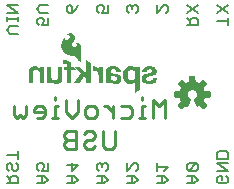
<source format=gbr>
G04 EAGLE Gerber RS-274X export*
G75*
%MOMM*%
%FSLAX34Y34*%
%LPD*%
%INSilkscreen Bottom*%
%IPPOS*%
%AMOC8*
5,1,8,0,0,1.08239X$1,22.5*%
G01*
%ADD10C,0.177800*%
%ADD11C,0.279400*%

G36*
X250620Y89046D02*
X250620Y89046D01*
X250728Y89056D01*
X250741Y89062D01*
X250755Y89064D01*
X250852Y89112D01*
X250951Y89157D01*
X250964Y89168D01*
X250973Y89172D01*
X250988Y89188D01*
X251065Y89250D01*
X253650Y91835D01*
X253713Y91924D01*
X253779Y92009D01*
X253784Y92022D01*
X253792Y92034D01*
X253823Y92137D01*
X253859Y92240D01*
X253859Y92254D01*
X253863Y92267D01*
X253859Y92375D01*
X253860Y92484D01*
X253855Y92497D01*
X253855Y92511D01*
X253817Y92613D01*
X253782Y92715D01*
X253773Y92730D01*
X253769Y92739D01*
X253755Y92756D01*
X253701Y92838D01*
X250937Y96228D01*
X251494Y97310D01*
X251500Y97330D01*
X251542Y97425D01*
X251913Y98584D01*
X256264Y99027D01*
X256368Y99055D01*
X256474Y99080D01*
X256486Y99087D01*
X256499Y99090D01*
X256589Y99151D01*
X256682Y99208D01*
X256690Y99219D01*
X256702Y99227D01*
X256768Y99313D01*
X256837Y99397D01*
X256841Y99410D01*
X256850Y99421D01*
X256884Y99524D01*
X256923Y99625D01*
X256924Y99643D01*
X256928Y99652D01*
X256928Y99674D01*
X256937Y99772D01*
X256937Y103428D01*
X256920Y103535D01*
X256906Y103643D01*
X256900Y103655D01*
X256898Y103669D01*
X256846Y103765D01*
X256799Y103862D01*
X256789Y103872D01*
X256783Y103884D01*
X256703Y103958D01*
X256627Y104035D01*
X256615Y104041D01*
X256605Y104051D01*
X256506Y104096D01*
X256409Y104144D01*
X256391Y104148D01*
X256382Y104152D01*
X256361Y104154D01*
X256264Y104173D01*
X251913Y104616D01*
X251542Y105775D01*
X251533Y105793D01*
X251531Y105800D01*
X251527Y105807D01*
X251494Y105890D01*
X250937Y106972D01*
X253701Y110362D01*
X253755Y110456D01*
X253812Y110548D01*
X253815Y110561D01*
X253822Y110573D01*
X253843Y110680D01*
X253868Y110785D01*
X253866Y110799D01*
X253869Y110813D01*
X253854Y110920D01*
X253844Y111028D01*
X253838Y111041D01*
X253836Y111055D01*
X253788Y111152D01*
X253743Y111251D01*
X253732Y111264D01*
X253728Y111273D01*
X253712Y111288D01*
X253650Y111365D01*
X251065Y113950D01*
X250976Y114013D01*
X250891Y114079D01*
X250878Y114084D01*
X250866Y114092D01*
X250763Y114123D01*
X250660Y114159D01*
X250646Y114159D01*
X250633Y114163D01*
X250525Y114159D01*
X250416Y114160D01*
X250403Y114155D01*
X250389Y114155D01*
X250287Y114117D01*
X250185Y114082D01*
X250170Y114073D01*
X250161Y114069D01*
X250144Y114055D01*
X250062Y114001D01*
X246672Y111237D01*
X245590Y111794D01*
X245570Y111800D01*
X245475Y111842D01*
X244316Y112213D01*
X243873Y116564D01*
X243845Y116668D01*
X243820Y116774D01*
X243813Y116786D01*
X243810Y116799D01*
X243749Y116889D01*
X243692Y116982D01*
X243681Y116990D01*
X243673Y117002D01*
X243587Y117068D01*
X243503Y117137D01*
X243490Y117141D01*
X243479Y117150D01*
X243376Y117184D01*
X243275Y117223D01*
X243257Y117224D01*
X243248Y117228D01*
X243226Y117228D01*
X243128Y117237D01*
X239472Y117237D01*
X239365Y117220D01*
X239257Y117206D01*
X239245Y117200D01*
X239231Y117198D01*
X239135Y117146D01*
X239038Y117099D01*
X239028Y117089D01*
X239016Y117083D01*
X238942Y117003D01*
X238865Y116927D01*
X238859Y116915D01*
X238849Y116905D01*
X238804Y116806D01*
X238756Y116709D01*
X238752Y116691D01*
X238748Y116682D01*
X238746Y116661D01*
X238727Y116564D01*
X238284Y112213D01*
X237125Y111842D01*
X237107Y111832D01*
X237010Y111794D01*
X235928Y111237D01*
X232538Y114001D01*
X232444Y114055D01*
X232352Y114112D01*
X232339Y114115D01*
X232327Y114122D01*
X232220Y114143D01*
X232115Y114168D01*
X232101Y114166D01*
X232087Y114169D01*
X231980Y114154D01*
X231872Y114144D01*
X231859Y114138D01*
X231846Y114136D01*
X231748Y114088D01*
X231649Y114043D01*
X231636Y114032D01*
X231627Y114028D01*
X231612Y114012D01*
X231535Y113950D01*
X228950Y111365D01*
X228887Y111276D01*
X228821Y111191D01*
X228816Y111178D01*
X228808Y111166D01*
X228777Y111063D01*
X228741Y110960D01*
X228741Y110946D01*
X228737Y110933D01*
X228741Y110825D01*
X228740Y110716D01*
X228745Y110703D01*
X228745Y110689D01*
X228783Y110587D01*
X228818Y110485D01*
X228827Y110470D01*
X228831Y110461D01*
X228845Y110444D01*
X228899Y110362D01*
X231663Y106972D01*
X231106Y105890D01*
X231100Y105870D01*
X231058Y105775D01*
X230687Y104616D01*
X226336Y104173D01*
X226232Y104145D01*
X226126Y104120D01*
X226114Y104113D01*
X226101Y104110D01*
X226011Y104049D01*
X225918Y103992D01*
X225910Y103981D01*
X225898Y103973D01*
X225832Y103887D01*
X225764Y103803D01*
X225759Y103790D01*
X225750Y103779D01*
X225716Y103676D01*
X225677Y103575D01*
X225676Y103557D01*
X225672Y103548D01*
X225673Y103526D01*
X225663Y103428D01*
X225663Y99772D01*
X225680Y99665D01*
X225694Y99557D01*
X225700Y99545D01*
X225702Y99531D01*
X225754Y99435D01*
X225801Y99338D01*
X225811Y99328D01*
X225817Y99316D01*
X225897Y99242D01*
X225973Y99165D01*
X225985Y99159D01*
X225996Y99149D01*
X226094Y99104D01*
X226191Y99056D01*
X226209Y99052D01*
X226218Y99048D01*
X226239Y99046D01*
X226336Y99027D01*
X230687Y98584D01*
X231058Y97425D01*
X231068Y97407D01*
X231106Y97310D01*
X231663Y96228D01*
X228899Y92838D01*
X228845Y92744D01*
X228788Y92652D01*
X228785Y92639D01*
X228778Y92627D01*
X228757Y92520D01*
X228732Y92415D01*
X228734Y92401D01*
X228731Y92387D01*
X228746Y92280D01*
X228756Y92172D01*
X228762Y92159D01*
X228764Y92146D01*
X228812Y92048D01*
X228857Y91949D01*
X228868Y91936D01*
X228872Y91927D01*
X228888Y91912D01*
X228950Y91835D01*
X231535Y89250D01*
X231624Y89187D01*
X231709Y89121D01*
X231722Y89116D01*
X231734Y89108D01*
X231837Y89077D01*
X231940Y89041D01*
X231954Y89041D01*
X231967Y89037D01*
X232075Y89041D01*
X232184Y89040D01*
X232197Y89045D01*
X232211Y89045D01*
X232313Y89083D01*
X232415Y89118D01*
X232430Y89127D01*
X232439Y89131D01*
X232456Y89145D01*
X232538Y89199D01*
X235928Y91963D01*
X237010Y91406D01*
X237063Y91389D01*
X237112Y91363D01*
X237178Y91352D01*
X237242Y91331D01*
X237298Y91332D01*
X237352Y91323D01*
X237419Y91334D01*
X237486Y91335D01*
X237538Y91353D01*
X237593Y91362D01*
X237653Y91394D01*
X237716Y91417D01*
X237759Y91451D01*
X237809Y91477D01*
X237855Y91526D01*
X237907Y91568D01*
X237938Y91615D01*
X237976Y91655D01*
X238032Y91760D01*
X238040Y91773D01*
X238041Y91778D01*
X238045Y91785D01*
X240198Y96982D01*
X240218Y97065D01*
X240223Y97078D01*
X240225Y97094D01*
X240250Y97179D01*
X240249Y97200D01*
X240254Y97220D01*
X240246Y97302D01*
X240247Y97321D01*
X240243Y97341D01*
X240239Y97422D01*
X240232Y97442D01*
X240230Y97463D01*
X240198Y97532D01*
X240192Y97559D01*
X240177Y97583D01*
X240151Y97650D01*
X240138Y97666D01*
X240129Y97685D01*
X240084Y97734D01*
X240064Y97766D01*
X240033Y97791D01*
X239995Y97837D01*
X239972Y97853D01*
X239962Y97863D01*
X239941Y97875D01*
X239876Y97920D01*
X239875Y97921D01*
X239874Y97922D01*
X238975Y98428D01*
X238288Y99072D01*
X237773Y99860D01*
X237461Y100748D01*
X237369Y101685D01*
X237502Y102617D01*
X237853Y103491D01*
X238402Y104256D01*
X239116Y104869D01*
X239956Y105294D01*
X240873Y105508D01*
X241814Y105498D01*
X242726Y105264D01*
X243556Y104821D01*
X244257Y104192D01*
X244789Y103415D01*
X245120Y102534D01*
X245233Y101599D01*
X245125Y100682D01*
X244805Y99814D01*
X244291Y99045D01*
X243612Y98418D01*
X242728Y97923D01*
X242686Y97890D01*
X242644Y97867D01*
X242613Y97834D01*
X242565Y97799D01*
X242553Y97783D01*
X242537Y97770D01*
X242502Y97715D01*
X242477Y97689D01*
X242464Y97659D01*
X242422Y97601D01*
X242416Y97582D01*
X242406Y97565D01*
X242387Y97490D01*
X242377Y97467D01*
X242374Y97443D01*
X242351Y97368D01*
X242352Y97348D01*
X242347Y97328D01*
X242354Y97242D01*
X242353Y97224D01*
X242356Y97208D01*
X242359Y97124D01*
X242367Y97099D01*
X242368Y97085D01*
X242378Y97063D01*
X242402Y96982D01*
X243331Y94739D01*
X243331Y94738D01*
X244262Y92491D01*
X244263Y92491D01*
X244555Y91785D01*
X244584Y91738D01*
X244605Y91686D01*
X244648Y91635D01*
X244684Y91578D01*
X244727Y91543D01*
X244763Y91500D01*
X244820Y91466D01*
X244872Y91423D01*
X244924Y91404D01*
X244972Y91375D01*
X245038Y91361D01*
X245101Y91337D01*
X245156Y91335D01*
X245210Y91324D01*
X245277Y91331D01*
X245344Y91329D01*
X245398Y91345D01*
X245453Y91352D01*
X245564Y91396D01*
X245578Y91400D01*
X245582Y91403D01*
X245590Y91406D01*
X246672Y91963D01*
X250062Y89199D01*
X250156Y89145D01*
X250248Y89088D01*
X250261Y89085D01*
X250273Y89078D01*
X250380Y89057D01*
X250485Y89032D01*
X250499Y89034D01*
X250513Y89031D01*
X250620Y89046D01*
G37*
G36*
X147305Y128099D02*
X147305Y128099D01*
X147305Y128100D01*
X147305Y140900D01*
X147305Y140901D01*
X147105Y142701D01*
X147104Y142701D01*
X147105Y142702D01*
X146905Y143302D01*
X146904Y143302D01*
X146604Y143902D01*
X146604Y143903D01*
X146304Y144403D01*
X146303Y144403D01*
X146303Y144404D01*
X145803Y144704D01*
X145403Y145004D01*
X145402Y145004D01*
X145402Y145005D01*
X144402Y145405D01*
X144401Y145404D01*
X144401Y145405D01*
X143801Y145505D01*
X143800Y145505D01*
X143000Y145505D01*
X142999Y145504D01*
X142999Y145505D01*
X142599Y145405D01*
X142400Y145405D01*
X142399Y145404D01*
X142398Y145404D01*
X142198Y145304D01*
X142197Y145304D01*
X142197Y145302D01*
X142195Y145298D01*
X142197Y145298D01*
X142196Y145296D01*
X142296Y145196D01*
X142298Y145196D01*
X142698Y144996D01*
X142698Y144995D01*
X142997Y144896D01*
X143196Y144696D01*
X143396Y144497D01*
X143596Y144198D01*
X143695Y143899D01*
X143695Y143601D01*
X143595Y143302D01*
X143396Y142903D01*
X143097Y142604D01*
X142798Y142404D01*
X142299Y142205D01*
X141800Y142105D01*
X141001Y142105D01*
X140202Y142305D01*
X139603Y142704D01*
X139204Y143203D01*
X139005Y143801D01*
X139005Y144499D01*
X139304Y145197D01*
X140004Y145997D01*
X140804Y146897D01*
X141504Y147697D01*
X141504Y147698D01*
X142004Y148598D01*
X142004Y148599D01*
X142005Y148599D01*
X142205Y149499D01*
X142205Y149500D01*
X142205Y150300D01*
X142204Y150301D01*
X142205Y150302D01*
X141905Y151202D01*
X141904Y151202D01*
X141904Y151203D01*
X141404Y151903D01*
X141403Y151903D01*
X141403Y151904D01*
X140503Y152704D01*
X140502Y152704D01*
X139402Y153304D01*
X139401Y153304D01*
X139401Y153305D01*
X138301Y153505D01*
X138300Y153505D01*
X137300Y153505D01*
X137299Y153504D01*
X137298Y153505D01*
X136398Y153205D01*
X135598Y152905D01*
X135598Y152904D01*
X134998Y152604D01*
X134997Y152604D01*
X134597Y152304D01*
X134596Y152304D01*
X134496Y152204D01*
X134496Y152202D01*
X134495Y152201D01*
X134496Y152199D01*
X134496Y152197D01*
X134498Y152197D01*
X134500Y152195D01*
X134800Y152195D01*
X134801Y152196D01*
X134802Y152195D01*
X135101Y152295D01*
X135399Y152295D01*
X135799Y152195D01*
X136298Y152095D01*
X136697Y151896D01*
X137096Y151597D01*
X137296Y151298D01*
X137395Y150998D01*
X137396Y150998D01*
X137495Y150798D01*
X137595Y150500D01*
X137495Y150202D01*
X137495Y150201D01*
X137395Y149802D01*
X137196Y149503D01*
X137196Y149502D01*
X136996Y149103D01*
X136697Y148804D01*
X136397Y148604D01*
X135997Y148304D01*
X135698Y148104D01*
X134899Y147705D01*
X134201Y147705D01*
X133902Y147805D01*
X133604Y148003D01*
X133505Y148302D01*
X133405Y148601D01*
X133405Y149400D01*
X133404Y149401D01*
X133405Y149402D01*
X133403Y149402D01*
X133401Y149405D01*
X133399Y149404D01*
X133398Y149404D01*
X132598Y149004D01*
X132597Y149003D01*
X132596Y149003D01*
X131796Y148103D01*
X131096Y146903D01*
X131096Y146902D01*
X131095Y146902D01*
X130595Y145502D01*
X130595Y145501D01*
X130295Y143901D01*
X130296Y143900D01*
X130295Y143900D01*
X130395Y142100D01*
X130396Y142099D01*
X130395Y142099D01*
X130895Y140299D01*
X130896Y140298D01*
X131896Y138498D01*
X131896Y138497D01*
X132596Y137597D01*
X132597Y137597D01*
X132596Y137596D01*
X133396Y136796D01*
X133397Y136796D01*
X134197Y136096D01*
X135197Y135496D01*
X135198Y135496D01*
X135198Y135495D01*
X136198Y135095D01*
X136199Y135096D01*
X136199Y135095D01*
X137299Y134795D01*
X138499Y134595D01*
X138500Y134595D01*
X140400Y134595D01*
X140998Y134495D01*
X141497Y134196D01*
X141997Y133796D01*
X142497Y133396D01*
X142996Y132797D01*
X142997Y132797D01*
X142996Y132796D01*
X143596Y132196D01*
X144296Y131497D01*
X144796Y130797D01*
X144797Y130797D01*
X144796Y130796D01*
X145396Y130197D01*
X145896Y129597D01*
X145897Y129597D01*
X145896Y129596D01*
X146396Y129097D01*
X146696Y128697D01*
X146697Y128697D01*
X146696Y128696D01*
X146996Y128397D01*
X147196Y128097D01*
X147199Y128096D01*
X147200Y128095D01*
X147300Y128095D01*
X147305Y128099D01*
G37*
G36*
X193001Y102597D02*
X193001Y102597D01*
X193004Y102596D01*
X193903Y103496D01*
X195403Y104696D01*
X195403Y104697D01*
X195404Y104696D01*
X196303Y105596D01*
X196803Y105996D01*
X196804Y105999D01*
X196805Y106000D01*
X196805Y124500D01*
X196802Y124503D01*
X196801Y124505D01*
X196401Y124605D01*
X195901Y124705D01*
X195900Y124705D01*
X195401Y124705D01*
X195001Y124805D01*
X194501Y124905D01*
X194101Y125005D01*
X193101Y125205D01*
X193100Y125204D01*
X193095Y125202D01*
X193096Y125201D01*
X193095Y125200D01*
X193095Y123414D01*
X192704Y123903D01*
X192704Y123904D01*
X192304Y124304D01*
X192303Y124304D01*
X191803Y124704D01*
X190803Y125304D01*
X190801Y125304D01*
X190801Y125305D01*
X189601Y125505D01*
X189600Y125505D01*
X188900Y125505D01*
X188840Y125501D01*
X188765Y125496D01*
X188691Y125491D01*
X188690Y125491D01*
X188616Y125486D01*
X188542Y125481D01*
X188541Y125481D01*
X188467Y125476D01*
X188392Y125471D01*
X188318Y125466D01*
X188243Y125461D01*
X188169Y125456D01*
X188094Y125451D01*
X188020Y125446D01*
X187945Y125441D01*
X187871Y125436D01*
X187796Y125431D01*
X187722Y125426D01*
X187647Y125421D01*
X187573Y125417D01*
X187498Y125412D01*
X187424Y125407D01*
X187423Y125407D01*
X187400Y125405D01*
X187399Y125404D01*
X187398Y125405D01*
X185998Y124905D01*
X185998Y124904D01*
X185997Y124904D01*
X184897Y124204D01*
X184897Y124203D01*
X184896Y124203D01*
X183996Y123203D01*
X183296Y122103D01*
X183296Y122102D01*
X183295Y122101D01*
X182895Y120801D01*
X182595Y119401D01*
X182595Y119400D01*
X182495Y117900D01*
X182595Y116500D01*
X182595Y116499D01*
X182895Y115199D01*
X182896Y115199D01*
X182895Y115198D01*
X183395Y113998D01*
X183396Y113998D01*
X183996Y112898D01*
X183997Y112897D01*
X183996Y112896D01*
X184896Y111996D01*
X184897Y111996D01*
X185997Y111196D01*
X185998Y111196D01*
X185998Y111195D01*
X187198Y110795D01*
X187199Y110796D01*
X187199Y110795D01*
X188699Y110595D01*
X188700Y110596D01*
X188701Y110595D01*
X190501Y110895D01*
X190501Y110896D01*
X190502Y110896D01*
X191102Y111196D01*
X191103Y111196D01*
X192103Y111796D01*
X192103Y111797D01*
X192104Y111797D01*
X192504Y112297D01*
X192902Y112795D01*
X192995Y112795D01*
X192995Y102600D01*
X192996Y102599D01*
X192996Y102597D01*
X192998Y102597D01*
X192999Y102595D01*
X193001Y102597D01*
G37*
G36*
X177001Y110595D02*
X177001Y110595D01*
X177501Y110695D01*
X178000Y110695D01*
X178001Y110696D01*
X178001Y110695D01*
X178401Y110795D01*
X178402Y110796D01*
X178402Y110795D01*
X178902Y110995D01*
X178902Y110996D01*
X179302Y111196D01*
X179303Y111196D01*
X179602Y111396D01*
X180002Y111596D01*
X180003Y111597D01*
X180004Y111596D01*
X180304Y111896D01*
X180304Y111897D01*
X180504Y112197D01*
X180804Y112597D01*
X181004Y112897D01*
X181004Y112899D01*
X181005Y112899D01*
X181105Y113398D01*
X181304Y113798D01*
X181304Y113799D01*
X181305Y113799D01*
X181305Y113800D01*
X181305Y114300D01*
X181405Y114799D01*
X181404Y114800D01*
X181405Y114801D01*
X181205Y115901D01*
X181205Y115902D01*
X180905Y116802D01*
X180904Y116802D01*
X180504Y117502D01*
X180503Y117503D01*
X180503Y117504D01*
X179803Y118104D01*
X179802Y118104D01*
X179102Y118504D01*
X179102Y118505D01*
X178302Y118805D01*
X178301Y118805D01*
X177501Y119005D01*
X174801Y119305D01*
X174101Y119405D01*
X173401Y119605D01*
X172802Y119805D01*
X172303Y120104D01*
X172005Y120502D01*
X172005Y121599D01*
X172304Y122197D01*
X172404Y122296D01*
X172404Y122298D01*
X172504Y122496D01*
X173101Y122795D01*
X173300Y122795D01*
X173301Y122796D01*
X173302Y122796D01*
X173501Y122895D01*
X175299Y122895D01*
X176297Y122396D01*
X176696Y121997D01*
X176795Y121798D01*
X176895Y121498D01*
X176896Y121498D01*
X176995Y121299D01*
X176995Y120800D01*
X176999Y120795D01*
X177000Y120795D01*
X180900Y120795D01*
X180901Y120796D01*
X180905Y120799D01*
X180904Y120800D01*
X180905Y120800D01*
X180905Y120801D01*
X180705Y122001D01*
X180704Y122001D01*
X180705Y122002D01*
X180505Y122602D01*
X180504Y122602D01*
X180504Y122603D01*
X180204Y123003D01*
X179904Y123503D01*
X179604Y123903D01*
X179603Y123903D01*
X179603Y123904D01*
X179203Y124204D01*
X178203Y124804D01*
X178202Y124804D01*
X178202Y124805D01*
X177702Y125005D01*
X177701Y125004D01*
X177701Y125005D01*
X177201Y125105D01*
X176602Y125305D01*
X176601Y125305D01*
X176001Y125405D01*
X175501Y125505D01*
X175500Y125505D01*
X173200Y125505D01*
X173199Y125505D01*
X172700Y125405D01*
X172100Y125405D01*
X172099Y125405D01*
X171599Y125305D01*
X171599Y125304D01*
X171598Y125305D01*
X171099Y125105D01*
X170599Y125005D01*
X170599Y125004D01*
X170598Y125005D01*
X170098Y124805D01*
X170098Y124804D01*
X170097Y124804D01*
X168897Y123904D01*
X168897Y123903D01*
X168896Y123903D01*
X168596Y123503D01*
X168596Y123502D01*
X168396Y123102D01*
X168395Y123102D01*
X168195Y122602D01*
X168196Y122601D01*
X168195Y122601D01*
X168095Y122101D01*
X168095Y122100D01*
X168095Y113401D01*
X167996Y113202D01*
X167996Y113201D01*
X167995Y113200D01*
X167995Y112301D01*
X167896Y112102D01*
X167895Y112101D01*
X167896Y112101D01*
X167895Y112100D01*
X167895Y111901D01*
X167796Y111702D01*
X167796Y111701D01*
X167795Y111700D01*
X167795Y111401D01*
X167696Y111203D01*
X167596Y111104D01*
X167596Y111101D01*
X167595Y111100D01*
X167595Y111000D01*
X167599Y110995D01*
X167600Y110995D01*
X171500Y110995D01*
X171505Y110999D01*
X171505Y111000D01*
X171505Y111098D01*
X171604Y111196D01*
X171604Y111199D01*
X171605Y111200D01*
X171605Y111298D01*
X171704Y111396D01*
X171704Y111398D01*
X171705Y111399D01*
X171705Y111400D01*
X171705Y111698D01*
X171804Y111796D01*
X171804Y111799D01*
X171805Y111800D01*
X171805Y112384D01*
X171996Y112097D01*
X171997Y112097D01*
X171997Y112096D01*
X172297Y111896D01*
X172496Y111696D01*
X172497Y111696D01*
X172797Y111496D01*
X172798Y111496D01*
X172798Y111495D01*
X173098Y111396D01*
X173397Y111196D01*
X173398Y111196D01*
X173398Y111195D01*
X174598Y110795D01*
X174599Y110796D01*
X174600Y110795D01*
X174899Y110795D01*
X175198Y110695D01*
X175199Y110696D01*
X175200Y110695D01*
X175599Y110695D01*
X175898Y110595D01*
X175899Y110596D01*
X175900Y110595D01*
X177000Y110595D01*
X177001Y110595D01*
G37*
G36*
X146002Y110997D02*
X146002Y110997D01*
X146004Y110997D01*
X149901Y117292D01*
X151395Y115898D01*
X151395Y111000D01*
X151399Y110995D01*
X151400Y110995D01*
X155300Y110995D01*
X155305Y110999D01*
X155305Y111000D01*
X155305Y128400D01*
X155303Y128402D01*
X155302Y128404D01*
X151402Y130504D01*
X151401Y130504D01*
X151401Y130505D01*
X151399Y130504D01*
X151396Y130503D01*
X151396Y130501D01*
X151395Y130500D01*
X151395Y120112D01*
X146504Y125203D01*
X146501Y125204D01*
X146500Y125205D01*
X141900Y125205D01*
X141899Y125204D01*
X141897Y125204D01*
X141897Y125202D01*
X141895Y125201D01*
X141897Y125199D01*
X141897Y125196D01*
X147194Y119999D01*
X141296Y111003D01*
X141296Y111001D01*
X141295Y111001D01*
X141296Y110999D01*
X141297Y110996D01*
X141299Y110997D01*
X141300Y110995D01*
X146000Y110995D01*
X146002Y110997D01*
G37*
G36*
X106505Y110999D02*
X106505Y110999D01*
X106505Y111000D01*
X106505Y119000D01*
X106605Y119799D01*
X106705Y120499D01*
X106805Y121098D01*
X107104Y121597D01*
X107403Y121996D01*
X107902Y122295D01*
X108401Y122395D01*
X109000Y122495D01*
X109799Y122395D01*
X110398Y122295D01*
X110897Y121996D01*
X111296Y121497D01*
X111596Y120998D01*
X111895Y120299D01*
X111995Y119399D01*
X111995Y111000D01*
X111999Y110995D01*
X112000Y110995D01*
X115900Y110995D01*
X115905Y110999D01*
X115905Y111000D01*
X115905Y125200D01*
X115901Y125205D01*
X115900Y125205D01*
X112200Y125205D01*
X112195Y125201D01*
X112195Y125200D01*
X112195Y123205D01*
X112103Y123205D01*
X111704Y123803D01*
X111704Y123804D01*
X111304Y124204D01*
X111303Y124204D01*
X110803Y124604D01*
X110203Y125004D01*
X110202Y125004D01*
X110202Y125005D01*
X109002Y125405D01*
X109001Y125405D01*
X108401Y125505D01*
X108400Y125505D01*
X107800Y125505D01*
X107783Y125504D01*
X107713Y125499D01*
X107644Y125494D01*
X107574Y125489D01*
X107505Y125484D01*
X107435Y125479D01*
X107366Y125474D01*
X107296Y125469D01*
X107227Y125464D01*
X107226Y125464D01*
X107157Y125459D01*
X107087Y125454D01*
X107018Y125449D01*
X106948Y125444D01*
X106879Y125439D01*
X106809Y125434D01*
X106740Y125429D01*
X106670Y125424D01*
X106600Y125419D01*
X106531Y125414D01*
X106461Y125409D01*
X106400Y125405D01*
X106399Y125405D01*
X105299Y125105D01*
X105298Y125104D01*
X104398Y124604D01*
X104397Y124603D01*
X104396Y124604D01*
X103696Y123904D01*
X103696Y123903D01*
X103196Y123103D01*
X103196Y123102D01*
X103195Y123101D01*
X102895Y122101D01*
X102695Y121001D01*
X102695Y121000D01*
X102595Y119700D01*
X102595Y111000D01*
X102599Y110995D01*
X102600Y110995D01*
X106500Y110995D01*
X106505Y110999D01*
G37*
G36*
X127500Y110695D02*
X127500Y110695D01*
X127501Y110696D01*
X127502Y110695D01*
X128602Y111095D01*
X128602Y111096D01*
X129502Y111596D01*
X129503Y111596D01*
X130203Y112196D01*
X130203Y112197D01*
X130204Y112198D01*
X130704Y113098D01*
X130705Y113099D01*
X131005Y114099D01*
X131205Y115199D01*
X131205Y115200D01*
X131205Y125200D01*
X131201Y125205D01*
X131200Y125205D01*
X127400Y125205D01*
X127395Y125201D01*
X127395Y125200D01*
X127395Y117200D01*
X127195Y115601D01*
X127095Y115002D01*
X126796Y114603D01*
X126497Y114204D01*
X125998Y113905D01*
X125499Y113805D01*
X124900Y113705D01*
X124101Y113805D01*
X123502Y113905D01*
X123003Y114204D01*
X122604Y114603D01*
X122305Y115202D01*
X122005Y115901D01*
X121905Y116700D01*
X121905Y125200D01*
X121901Y125205D01*
X121900Y125205D01*
X118000Y125205D01*
X117995Y125201D01*
X117995Y125200D01*
X117995Y111000D01*
X117999Y110995D01*
X118000Y110995D01*
X121700Y110995D01*
X121705Y110999D01*
X121705Y111000D01*
X121705Y112995D01*
X121797Y112995D01*
X122196Y112397D01*
X122596Y111897D01*
X122597Y111897D01*
X122597Y111896D01*
X123097Y111496D01*
X123098Y111496D01*
X123698Y111196D01*
X123698Y111195D01*
X124198Y110995D01*
X124798Y110795D01*
X124799Y110796D01*
X124799Y110795D01*
X125499Y110695D01*
X126099Y110595D01*
X126100Y110596D01*
X126100Y110595D01*
X127500Y110695D01*
G37*
G36*
X206100Y110695D02*
X206100Y110695D01*
X206101Y110695D01*
X207301Y110895D01*
X208401Y111195D01*
X208402Y111196D01*
X209402Y111696D01*
X209403Y111696D01*
X210203Y112396D01*
X210203Y112397D01*
X210204Y112397D01*
X210904Y113297D01*
X210904Y113298D01*
X210905Y113298D01*
X211305Y114298D01*
X211304Y114299D01*
X211305Y114299D01*
X211505Y115599D01*
X211505Y115600D01*
X211501Y115605D01*
X211501Y115604D01*
X211500Y115605D01*
X207800Y115605D01*
X207795Y115601D01*
X207795Y115600D01*
X207795Y115001D01*
X207596Y114503D01*
X207296Y114104D01*
X206897Y113804D01*
X206498Y113505D01*
X205899Y113405D01*
X205399Y113305D01*
X204800Y113205D01*
X204401Y113305D01*
X204400Y113304D01*
X204400Y113305D01*
X204001Y113305D01*
X203602Y113405D01*
X203203Y113604D01*
X202803Y113904D01*
X202505Y114203D01*
X202405Y114601D01*
X202305Y115000D01*
X202405Y115398D01*
X202604Y115797D01*
X203003Y116096D01*
X203502Y116396D01*
X204101Y116595D01*
X205701Y116995D01*
X206701Y117195D01*
X207601Y117395D01*
X207601Y117396D01*
X207602Y117395D01*
X208402Y117695D01*
X209102Y117995D01*
X209102Y117996D01*
X209802Y118396D01*
X209803Y118396D01*
X210403Y118796D01*
X210403Y118797D01*
X210404Y118797D01*
X210804Y119397D01*
X210804Y119398D01*
X210805Y119398D01*
X211105Y120098D01*
X211104Y120099D01*
X211105Y120099D01*
X211205Y120999D01*
X211205Y121000D01*
X211105Y122200D01*
X211104Y122201D01*
X211105Y122202D01*
X210705Y123202D01*
X210704Y123202D01*
X210704Y123203D01*
X210004Y124003D01*
X210003Y124003D01*
X210003Y124004D01*
X209303Y124604D01*
X209302Y124604D01*
X208302Y125104D01*
X208301Y125104D01*
X208301Y125105D01*
X207301Y125305D01*
X206201Y125505D01*
X206200Y125505D01*
X203900Y125505D01*
X203899Y125505D01*
X202799Y125305D01*
X201799Y125005D01*
X201798Y125004D01*
X201798Y125005D01*
X200898Y124605D01*
X200898Y124604D01*
X200897Y124604D01*
X200097Y124004D01*
X200097Y124003D01*
X200096Y124003D01*
X199496Y123203D01*
X199496Y123202D01*
X198996Y122202D01*
X198996Y122201D01*
X198995Y122201D01*
X198795Y121001D01*
X198796Y121000D01*
X198799Y120995D01*
X198799Y120996D01*
X198800Y120995D01*
X202500Y120995D01*
X202504Y120998D01*
X202505Y120999D01*
X202605Y121499D01*
X202804Y121998D01*
X203004Y122296D01*
X203302Y122496D01*
X203702Y122696D01*
X204201Y122895D01*
X205899Y122895D01*
X206198Y122795D01*
X206199Y122795D01*
X206599Y122695D01*
X206897Y122596D01*
X207295Y121998D01*
X207295Y121601D01*
X207195Y121202D01*
X206896Y120804D01*
X206497Y120504D01*
X205898Y120205D01*
X205299Y120005D01*
X204499Y119905D01*
X202099Y119305D01*
X201199Y119105D01*
X201198Y119104D01*
X199798Y118304D01*
X199797Y118304D01*
X199197Y117804D01*
X199197Y117803D01*
X199196Y117803D01*
X198796Y117203D01*
X198796Y117202D01*
X198795Y117202D01*
X198495Y116502D01*
X198496Y116501D01*
X198495Y116501D01*
X198395Y115601D01*
X198396Y115600D01*
X198395Y115599D01*
X198595Y114299D01*
X198596Y114299D01*
X198595Y114298D01*
X198995Y113198D01*
X198996Y113198D01*
X198996Y113197D01*
X199596Y112397D01*
X199597Y112397D01*
X199597Y112396D01*
X200397Y111696D01*
X200398Y111696D01*
X201398Y111196D01*
X201399Y111195D01*
X202499Y110895D01*
X203699Y110695D01*
X203700Y110695D01*
X204900Y110595D01*
X206100Y110695D01*
G37*
G36*
X138905Y110999D02*
X138905Y110999D01*
X138905Y111000D01*
X138905Y122595D01*
X142800Y122595D01*
X142802Y122596D01*
X142804Y122597D01*
X142803Y122598D01*
X142805Y122599D01*
X142803Y122601D01*
X142803Y122604D01*
X142403Y122904D01*
X140804Y124504D01*
X140803Y124504D01*
X140404Y124804D01*
X140104Y125203D01*
X140101Y125204D01*
X140100Y125205D01*
X138905Y125205D01*
X138905Y127200D01*
X138904Y127201D01*
X138905Y127202D01*
X138605Y128002D01*
X138305Y128702D01*
X138304Y128702D01*
X138304Y128703D01*
X137804Y129303D01*
X137803Y129303D01*
X137803Y129304D01*
X137103Y129804D01*
X137102Y129804D01*
X136302Y130204D01*
X136301Y130205D01*
X135301Y130505D01*
X135301Y130504D01*
X135300Y130505D01*
X132400Y130505D01*
X132399Y130504D01*
X132398Y130504D01*
X132198Y130404D01*
X132197Y130401D01*
X132195Y130400D01*
X132195Y127600D01*
X132199Y127595D01*
X132200Y127595D01*
X133899Y127595D01*
X134298Y127495D01*
X134697Y127296D01*
X134896Y126998D01*
X134995Y126799D01*
X134995Y126400D01*
X134996Y126399D01*
X134995Y126399D01*
X135095Y125999D01*
X135095Y125205D01*
X132400Y125205D01*
X132395Y125201D01*
X132395Y125200D01*
X132395Y122600D01*
X132399Y122595D01*
X132400Y122595D01*
X135095Y122595D01*
X135095Y111000D01*
X135099Y110995D01*
X135100Y110995D01*
X138900Y110995D01*
X138905Y110999D01*
G37*
G36*
X165905Y110999D02*
X165905Y110999D01*
X165905Y111000D01*
X165905Y124500D01*
X165902Y124504D01*
X165901Y124505D01*
X165401Y124605D01*
X165001Y124705D01*
X165000Y124704D01*
X165000Y124705D01*
X164500Y124705D01*
X164001Y124805D01*
X163601Y124905D01*
X163101Y125005D01*
X162601Y125105D01*
X162201Y125205D01*
X162200Y125204D01*
X162195Y125202D01*
X162196Y125201D01*
X162195Y125200D01*
X162195Y122519D01*
X161804Y123202D01*
X161804Y123203D01*
X161404Y123703D01*
X160904Y124303D01*
X160903Y124303D01*
X160903Y124304D01*
X160403Y124704D01*
X160402Y124704D01*
X159702Y125104D01*
X159702Y125105D01*
X159102Y125305D01*
X159101Y125305D01*
X158401Y125505D01*
X158401Y125504D01*
X158400Y125505D01*
X157000Y125505D01*
X156998Y125503D01*
X156996Y125504D01*
X156898Y125405D01*
X156800Y125405D01*
X156795Y125401D01*
X156795Y125400D01*
X156795Y121800D01*
X156799Y121795D01*
X156800Y121795D01*
X156900Y121795D01*
X156901Y121796D01*
X156902Y121796D01*
X157101Y121895D01*
X158200Y121895D01*
X159199Y121795D01*
X159998Y121595D01*
X160697Y121196D01*
X161196Y120597D01*
X161595Y119898D01*
X161795Y119199D01*
X161995Y118299D01*
X161995Y111000D01*
X161999Y110995D01*
X162000Y110995D01*
X165900Y110995D01*
X165905Y110999D01*
G37*
%LPC*%
G36*
X188901Y113705D02*
X188901Y113705D01*
X188102Y113905D01*
X187504Y114404D01*
X187104Y114903D01*
X186805Y115602D01*
X186505Y116401D01*
X186405Y117200D01*
X186405Y118900D01*
X186505Y119699D01*
X186805Y120498D01*
X187104Y121197D01*
X187603Y121796D01*
X188202Y122196D01*
X188901Y122495D01*
X189800Y122595D01*
X190599Y122495D01*
X191397Y122196D01*
X191897Y121796D01*
X192396Y121197D01*
X192695Y120498D01*
X192995Y119699D01*
X193095Y118900D01*
X193095Y117201D01*
X192895Y116401D01*
X192695Y115602D01*
X192396Y114903D01*
X191897Y114404D01*
X191298Y113904D01*
X190599Y113705D01*
X189700Y113605D01*
X188901Y113705D01*
G37*
%LPD*%
%LPC*%
G36*
X175100Y113205D02*
X175100Y113205D01*
X174601Y113305D01*
X174600Y113305D01*
X174101Y113305D01*
X173702Y113504D01*
X173701Y113505D01*
X173302Y113605D01*
X173003Y113804D01*
X172804Y114003D01*
X172604Y114303D01*
X172604Y114304D01*
X172404Y114503D01*
X172305Y114802D01*
X172205Y115102D01*
X172204Y115102D01*
X172105Y115302D01*
X172005Y115601D01*
X172005Y117888D01*
X172196Y117696D01*
X172199Y117696D01*
X172200Y117695D01*
X172399Y117695D01*
X172798Y117496D01*
X172799Y117496D01*
X172800Y117495D01*
X172999Y117495D01*
X173198Y117396D01*
X173199Y117396D01*
X173200Y117395D01*
X173599Y117395D01*
X173798Y117296D01*
X173799Y117296D01*
X173800Y117295D01*
X173999Y117295D01*
X174298Y117195D01*
X174299Y117196D01*
X174300Y117195D01*
X174699Y117195D01*
X174998Y117095D01*
X174999Y117096D01*
X175000Y117095D01*
X175399Y117095D01*
X175598Y116996D01*
X175599Y116996D01*
X175600Y116995D01*
X175799Y116995D01*
X176098Y116895D01*
X176297Y116796D01*
X176396Y116696D01*
X176398Y116696D01*
X176797Y116496D01*
X176896Y116396D01*
X176898Y116396D01*
X177096Y116296D01*
X177395Y115699D01*
X177395Y115500D01*
X177396Y115499D01*
X177396Y115498D01*
X177495Y115299D01*
X177495Y114801D01*
X177395Y114502D01*
X177395Y114501D01*
X177396Y114501D01*
X177395Y114500D01*
X177395Y114301D01*
X177296Y114103D01*
X177196Y114004D01*
X177196Y114002D01*
X177096Y113804D01*
X176898Y113704D01*
X176897Y113703D01*
X176896Y113704D01*
X176797Y113604D01*
X176399Y113405D01*
X176200Y113405D01*
X176199Y113404D01*
X176198Y113404D01*
X175999Y113305D01*
X175800Y113305D01*
X175799Y113304D01*
X175798Y113304D01*
X175599Y113205D01*
X175100Y113205D01*
G37*
%LPD*%
D10*
X93734Y153163D02*
X87294Y153163D01*
X84074Y156384D01*
X87294Y159604D01*
X93734Y159604D01*
X84074Y163688D02*
X84074Y166908D01*
X84074Y165298D02*
X93734Y165298D01*
X93734Y163688D02*
X93734Y166908D01*
X93734Y170704D02*
X84074Y170704D01*
X84074Y177145D02*
X93734Y170704D01*
X93734Y177145D02*
X84074Y177145D01*
X119134Y166620D02*
X119134Y160180D01*
X114304Y160180D01*
X115914Y163400D01*
X115914Y165010D01*
X114304Y166620D01*
X111084Y166620D01*
X109474Y165010D01*
X109474Y161790D01*
X111084Y160180D01*
X112694Y170704D02*
X119134Y170704D01*
X112694Y170704D02*
X109474Y173924D01*
X112694Y177145D01*
X119134Y177145D01*
X142924Y173924D02*
X144534Y177145D01*
X142924Y173924D02*
X139704Y170704D01*
X136484Y170704D01*
X134874Y172314D01*
X134874Y175535D01*
X136484Y177145D01*
X138094Y177145D01*
X139704Y175535D01*
X139704Y170704D01*
X169934Y170704D02*
X169934Y177145D01*
X169934Y170704D02*
X165104Y170704D01*
X166714Y173924D01*
X166714Y175535D01*
X165104Y177145D01*
X161884Y177145D01*
X160274Y175535D01*
X160274Y172314D01*
X161884Y170704D01*
X193724Y170704D02*
X195334Y172314D01*
X195334Y175535D01*
X193724Y177145D01*
X192114Y177145D01*
X190504Y175535D01*
X190504Y173924D01*
X190504Y175535D02*
X188894Y177145D01*
X187284Y177145D01*
X185674Y175535D01*
X185674Y172314D01*
X187284Y170704D01*
X211074Y170704D02*
X211074Y177145D01*
X217514Y177145D02*
X211074Y170704D01*
X217514Y177145D02*
X219124Y177145D01*
X220734Y175535D01*
X220734Y172314D01*
X219124Y170704D01*
X236474Y160180D02*
X246134Y160180D01*
X246134Y165010D01*
X244524Y166620D01*
X241304Y166620D01*
X239694Y165010D01*
X239694Y160180D01*
X239694Y163400D02*
X236474Y166620D01*
X246134Y170704D02*
X236474Y177145D01*
X236474Y170704D02*
X246134Y177145D01*
X261874Y163400D02*
X271534Y163400D01*
X271534Y160180D02*
X271534Y166620D01*
X271534Y170704D02*
X261874Y177145D01*
X261874Y170704D02*
X271534Y177145D01*
X93734Y26289D02*
X84074Y26289D01*
X93734Y26289D02*
X93734Y31119D01*
X92124Y32729D01*
X88904Y32729D01*
X87294Y31119D01*
X87294Y26289D01*
X87294Y29509D02*
X84074Y32729D01*
X93734Y41644D02*
X92124Y43254D01*
X93734Y41644D02*
X93734Y38424D01*
X92124Y36814D01*
X90514Y36814D01*
X88904Y38424D01*
X88904Y41644D01*
X87294Y43254D01*
X85684Y43254D01*
X84074Y41644D01*
X84074Y38424D01*
X85684Y36814D01*
X84074Y50558D02*
X93734Y50558D01*
X93734Y47338D02*
X93734Y53778D01*
X109474Y26289D02*
X115914Y26289D01*
X119134Y29509D01*
X115914Y32729D01*
X109474Y32729D01*
X114304Y32729D02*
X114304Y26289D01*
X119134Y36814D02*
X119134Y43254D01*
X119134Y36814D02*
X114304Y36814D01*
X115914Y40034D01*
X115914Y41644D01*
X114304Y43254D01*
X111084Y43254D01*
X109474Y41644D01*
X109474Y38424D01*
X111084Y36814D01*
X134874Y26289D02*
X141314Y26289D01*
X144534Y29509D01*
X141314Y32729D01*
X134874Y32729D01*
X139704Y32729D02*
X139704Y26289D01*
X134874Y41644D02*
X144534Y41644D01*
X139704Y36814D01*
X139704Y43254D01*
X160274Y26289D02*
X166714Y26289D01*
X169934Y29509D01*
X166714Y32729D01*
X160274Y32729D01*
X165104Y32729D02*
X165104Y26289D01*
X168324Y36814D02*
X169934Y38424D01*
X169934Y41644D01*
X168324Y43254D01*
X166714Y43254D01*
X165104Y41644D01*
X165104Y40034D01*
X165104Y41644D02*
X163494Y43254D01*
X161884Y43254D01*
X160274Y41644D01*
X160274Y38424D01*
X161884Y36814D01*
X185674Y26289D02*
X192114Y26289D01*
X195334Y29509D01*
X192114Y32729D01*
X185674Y32729D01*
X190504Y32729D02*
X190504Y26289D01*
X185674Y36814D02*
X185674Y43254D01*
X185674Y36814D02*
X192114Y43254D01*
X193724Y43254D01*
X195334Y41644D01*
X195334Y38424D01*
X193724Y36814D01*
X211074Y26289D02*
X217514Y26289D01*
X220734Y29509D01*
X217514Y32729D01*
X211074Y32729D01*
X215904Y32729D02*
X215904Y26289D01*
X217514Y36814D02*
X220734Y40034D01*
X211074Y40034D01*
X211074Y36814D02*
X211074Y43254D01*
X236474Y26289D02*
X242914Y26289D01*
X246134Y29509D01*
X242914Y32729D01*
X236474Y32729D01*
X241304Y32729D02*
X241304Y26289D01*
X238084Y36814D02*
X244524Y36814D01*
X246134Y38424D01*
X246134Y41644D01*
X244524Y43254D01*
X238084Y43254D01*
X236474Y41644D01*
X236474Y38424D01*
X238084Y36814D01*
X244524Y43254D01*
X269924Y32729D02*
X271534Y31119D01*
X271534Y27899D01*
X269924Y26289D01*
X263484Y26289D01*
X261874Y27899D01*
X261874Y31119D01*
X263484Y32729D01*
X266704Y32729D01*
X266704Y29509D01*
X261874Y36814D02*
X271534Y36814D01*
X261874Y43254D01*
X271534Y43254D01*
X271534Y47338D02*
X261874Y47338D01*
X261874Y52168D01*
X263484Y53778D01*
X269924Y53778D01*
X271534Y52168D01*
X271534Y47338D01*
D11*
X217854Y82042D02*
X217854Y97041D01*
X212854Y92041D01*
X207854Y97041D01*
X207854Y82042D01*
X201482Y92041D02*
X198982Y92041D01*
X198982Y82042D01*
X196483Y82042D02*
X201482Y82042D01*
X198982Y97041D02*
X198982Y99541D01*
X188068Y92041D02*
X180569Y92041D01*
X188068Y92041D02*
X190568Y89541D01*
X190568Y84542D01*
X188068Y82042D01*
X180569Y82042D01*
X174196Y82042D02*
X174196Y92041D01*
X174196Y87042D02*
X169197Y92041D01*
X166697Y92041D01*
X158053Y82042D02*
X153054Y82042D01*
X150554Y84542D01*
X150554Y89541D01*
X153054Y92041D01*
X158053Y92041D01*
X160553Y89541D01*
X160553Y84542D01*
X158053Y82042D01*
X144182Y87042D02*
X144182Y97041D01*
X144182Y87042D02*
X139182Y82042D01*
X134182Y87042D01*
X134182Y97041D01*
X127810Y92041D02*
X125310Y92041D01*
X125310Y82042D01*
X127810Y82042D02*
X122810Y82042D01*
X125310Y97041D02*
X125310Y99541D01*
X114396Y82042D02*
X109396Y82042D01*
X114396Y82042D02*
X116896Y84542D01*
X116896Y89541D01*
X114396Y92041D01*
X109396Y92041D01*
X106897Y89541D01*
X106897Y87042D01*
X116896Y87042D01*
X100524Y84542D02*
X100524Y92041D01*
X100524Y84542D02*
X98024Y82042D01*
X95525Y84542D01*
X93025Y82042D01*
X90525Y84542D01*
X90525Y92041D01*
X175560Y70371D02*
X175560Y57872D01*
X173061Y55372D01*
X168061Y55372D01*
X165561Y57872D01*
X165561Y70371D01*
X151689Y70371D02*
X149190Y67871D01*
X151689Y70371D02*
X156689Y70371D01*
X159189Y67871D01*
X159189Y65371D01*
X156689Y62871D01*
X151689Y62871D01*
X149190Y60372D01*
X149190Y57872D01*
X151689Y55372D01*
X156689Y55372D01*
X159189Y57872D01*
X142817Y55372D02*
X142817Y70371D01*
X135318Y70371D01*
X132818Y67871D01*
X132818Y65371D01*
X135318Y62871D01*
X132818Y60372D01*
X132818Y57872D01*
X135318Y55372D01*
X142817Y55372D01*
X142817Y62871D02*
X135318Y62871D01*
M02*

</source>
